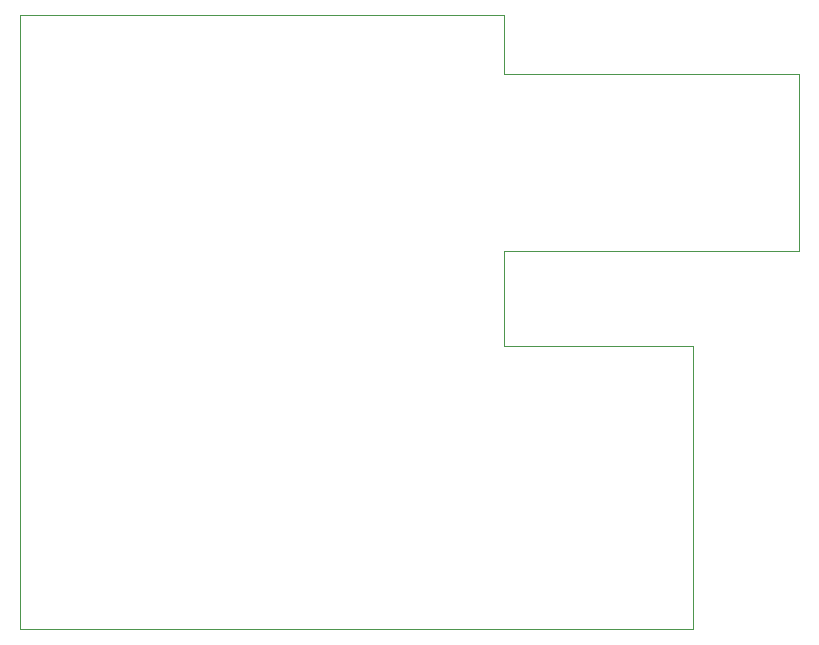
<source format=gbr>
G04 #@! TF.GenerationSoftware,KiCad,Pcbnew,5.1.5+dfsg1-2build2*
G04 #@! TF.CreationDate,2021-12-20T12:08:05-03:00*
G04 #@! TF.ProjectId,prueba,70727565-6261-42e6-9b69-6361645f7063,rev?*
G04 #@! TF.SameCoordinates,Original*
G04 #@! TF.FileFunction,Profile,NP*
%FSLAX46Y46*%
G04 Gerber Fmt 4.6, Leading zero omitted, Abs format (unit mm)*
G04 Created by KiCad (PCBNEW 5.1.5+dfsg1-2build2) date 2021-12-20 12:08:05*
%MOMM*%
%LPD*%
G04 APERTURE LIST*
%ADD10C,0.050000*%
G04 APERTURE END LIST*
D10*
X139000000Y-42000000D02*
X139000000Y-47000000D01*
X98000000Y-42000000D02*
X139000000Y-42000000D01*
X98000000Y-94000000D02*
X98000000Y-42000000D01*
X155000000Y-94000000D02*
X98000000Y-94000000D01*
X155000000Y-70000000D02*
X155000000Y-94000000D01*
X139000000Y-70000000D02*
X155000000Y-70000000D01*
X139000000Y-62000000D02*
X139000000Y-70000000D01*
X164000000Y-62000000D02*
X139000000Y-62000000D01*
X164000000Y-47000000D02*
X164000000Y-62000000D01*
X139000000Y-47000000D02*
X164000000Y-47000000D01*
M02*

</source>
